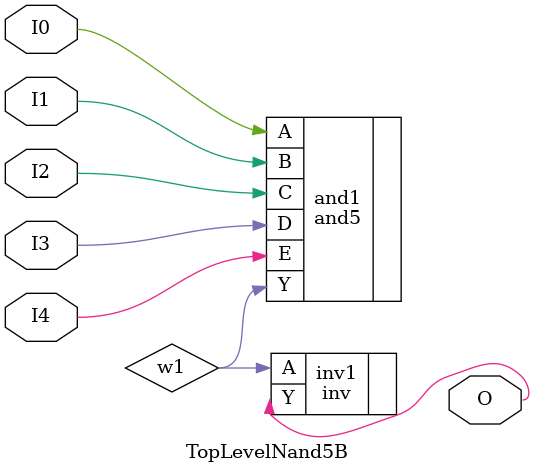
<source format=v>

module TopLevelNand5B(I0, I1, I2, I3, I4, O);
  input I0, I1, I2, I3, I4;
  output O;
  
  wire w1;
  
  // Equivalent implementation: AND then INV
  and5 and1(.A(I0), .B(I1), .C(I2), .D(I3), .E(I4), .Y(w1));
  inv inv1(.A(w1), .Y(O));
  
endmodule

</source>
